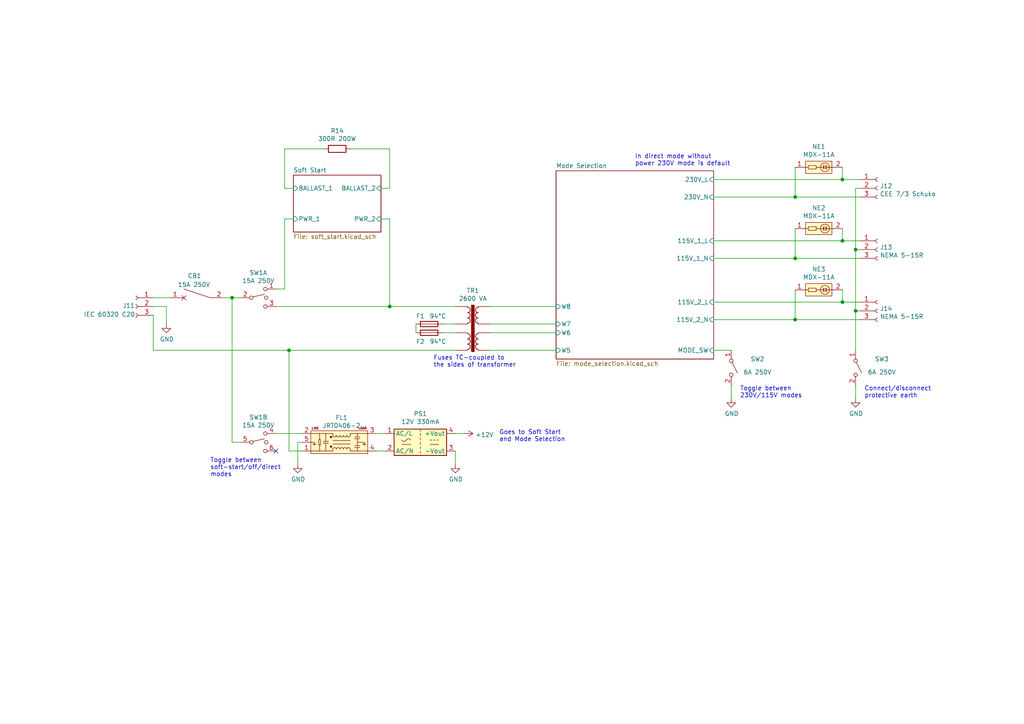
<source format=kicad_sch>
(kicad_sch (version 20211123) (generator eeschema)
  (paper "A4")
  (lib_symbols
    (symbol "Connector:Conn_01x03_Female" (pin_names (offset 1.016) hide)
      (property "Reference" "J" (at 0 5.08 0))
      (property "Value" "Conn_01x03_Female" (at 0 -5.08 0))
      (symbol "Conn_01x03_Female_1_1"
        (arc (start 0 -2.032) (mid -0.508 -2.54) (end 0 -3.048) (stroke (width 0.1524)))
        (polyline (pts (xy -1.27 -2.54) (xy -0.508 -2.54)) (stroke (width 0.1524)))
        (polyline (pts (xy -1.27 0) (xy -0.508 0)) (stroke (width 0.1524)))
        (polyline (pts (xy -1.27 2.54) (xy -0.508 2.54)) (stroke (width 0.1524)))
        (arc (start 0 0.508) (mid -0.508 0) (end 0 -0.508) (stroke (width 0.1524)))
        (arc (start 0 3.048) (mid -0.508 2.54) (end 0 2.032) (stroke (width 0.1524)))
        (pin passive line (at -5.08 2.54 0) (length 3.81) (name "Pin_1") (number "1"))
        (pin passive line (at -5.08 0 0) (length 3.81) (name "Pin_2") (number "2"))
        (pin passive line (at -5.08 -2.54 0) (length 3.81) (name "Pin_3") (number "3"))
      )
    )
    (symbol "Converter_ACDC:HLK-PM12"
      (property "Reference" "PS" (at 0 5.08 0))
      (property "Value" "HLK-PM12" (at 0 -5.08 0))
      (symbol "HLK-PM12_0_1"
        (rectangle (start -7.62 3.81) (end 7.62 -3.81) (stroke (width 0.254)) (fill (type background)))
        (arc (start -5.334 0.635) (mid -4.699 0.2495) (end -4.064 0.635))
        (arc (start -2.794 0.635) (mid -3.429 1.0072) (end -4.064 0.635))
        (polyline (pts (xy -5.334 -0.635) (xy -2.794 -0.635)))
        (polyline (pts (xy 0 -2.54) (xy 0 -3.175)))
        (polyline (pts (xy 0 -1.27) (xy 0 -1.905)))
        (polyline (pts (xy 0 0) (xy 0 -0.635)))
        (polyline (pts (xy 0 1.27) (xy 0 0.635)))
        (polyline (pts (xy 0 2.54) (xy 0 1.905)))
        (polyline (pts (xy 0 3.81) (xy 0 3.175)))
        (polyline (pts (xy 2.794 -0.635) (xy 5.334 -0.635)))
        (polyline (pts (xy 2.794 0.635) (xy 3.302 0.635)))
        (polyline (pts (xy 3.81 0.635) (xy 4.318 0.635)))
        (polyline (pts (xy 4.826 0.635) (xy 5.334 0.635)))
      )
      (symbol "HLK-PM12_1_1"
        (pin power_in line (at -10.16 2.54 0) (length 2.54) (name "AC/L") (number "1"))
        (pin power_in line (at -10.16 -2.54 0) (length 2.54) (name "AC/N") (number "2"))
        (pin power_out line (at 10.16 -2.54 180) (length 2.54) (name "-Vout") (number "3"))
        (pin power_out line (at 10.16 2.54 180) (length 2.54) (name "+Vout") (number "4"))
      )
    )
    (symbol "CustomParts:EMI_Filter_LL_CCC" (pin_names hide)
      (property "Reference" "FL" (at 0 4.445 0))
      (property "Value" "EMI_Filter_LL_CCC" (at 1.016 -7.62 0))
      (symbol "EMI_Filter_LL_CCC_0_0"
        (text "LINE" (at -7.62 4.064 0) (effects (font (size 0.635 0.635))))
        (text "LOAD" (at 6.096 4.064 0) (effects (font (size 0.635 0.635))))
      )
      (symbol "EMI_Filter_LL_CCC_0_1"
        (rectangle (start -8.89 3.302) (end 7.62 -3.302) (fill (type background)))
        (rectangle (start -6.604 0.762) (end -6.096 -0.762))
        (circle (center -3.048 -1.27) (radius 0.254) (fill (type outline)))
        (circle (center -3.048 1.524) (radius 0.254) (fill (type outline)))
        (arc (start -2.54 2.032) (mid -2.032 1.524) (end -1.524 2.032))
        (arc (start -1.524 -2.032) (mid -2.032 -1.524) (end -2.54 -2.032))
        (arc (start -1.524 2.032) (mid -1.016 1.524) (end -0.508 2.032))
        (arc (start -0.508 -2.032) (mid -1.016 -1.524) (end -1.524 -2.032))
        (arc (start -0.508 2.032) (mid 0 1.524) (end 0.508 2.032))
        (polyline (pts (xy -7.874 -1.016) (xy -7.874 -1.016)))
        (polyline (pts (xy -7.62 -0.762) (xy -8.128 -0.762)))
        (polyline (pts (xy -7.366 -0.508) (xy -8.382 -0.508)))
        (polyline (pts (xy -6.35 -0.762) (xy -6.35 -2.54)))
        (polyline (pts (xy -6.35 0.762) (xy -6.35 2.54)))
        (polyline (pts (xy -4.572 -0.254) (xy -4.572 -2.54)))
        (polyline (pts (xy -4.572 2.54) (xy -4.572 0.254)))
        (polyline (pts (xy -3.81 -0.254) (xy -5.334 -0.254)))
        (polyline (pts (xy -3.81 0.254) (xy -5.334 0.254)))
        (polyline (pts (xy -2.54 -2.54) (xy -8.89 -2.54)))
        (polyline (pts (xy -2.54 -2.032) (xy -2.54 -2.54)))
        (polyline (pts (xy -2.54 0.508) (xy 2.54 0.508)))
        (polyline (pts (xy -2.54 2.032) (xy -2.54 2.54)))
        (polyline (pts (xy -2.54 2.54) (xy -8.89 2.54)))
        (polyline (pts (xy 2.54 -2.54) (xy 7.62 -2.54)))
        (polyline (pts (xy 2.54 -2.032) (xy 2.54 -2.54)))
        (polyline (pts (xy 2.54 -0.508) (xy -2.54 -0.508)))
        (polyline (pts (xy 2.54 2.54) (xy 2.54 2.032)))
        (polyline (pts (xy 2.54 2.54) (xy 7.62 2.54)))
        (polyline (pts (xy 3.81 -1.524) (xy 5.334 -1.524)))
        (polyline (pts (xy 3.81 -1.016) (xy 5.334 -1.016)))
        (polyline (pts (xy 3.81 1.016) (xy 5.334 1.016)))
        (polyline (pts (xy 3.81 1.524) (xy 5.334 1.524)))
        (polyline (pts (xy 4.572 -1.524) (xy 4.572 -2.54)))
        (polyline (pts (xy 4.572 1.016) (xy 4.572 -1.016)))
        (polyline (pts (xy 4.572 2.54) (xy 4.572 1.524)))
        (polyline (pts (xy 6.604 -1.016) (xy 6.604 -1.016)))
        (polyline (pts (xy 6.858 -0.762) (xy 6.35 -0.762)))
        (polyline (pts (xy 7.112 -0.508) (xy 6.096 -0.508)))
        (polyline (pts (xy -7.874 -0.508) (xy -7.874 0) (xy -8.89 0)))
        (polyline (pts (xy 6.604 -0.508) (xy 6.604 0) (xy 4.572 0)))
        (arc (start 0.508 -2.032) (mid 0 -1.524) (end -0.508 -2.032))
        (arc (start 0.508 2.032) (mid 1.016 1.524) (end 1.524 2.032))
        (arc (start 1.524 -2.032) (mid 1.016 -1.524) (end 0.508 -2.032))
        (arc (start 1.524 2.032) (mid 2.032 1.524) (end 2.54 2.032))
        (arc (start 2.54 -2.032) (mid 2.032 -1.524) (end 1.524 -2.032))
      )
      (symbol "EMI_Filter_LL_CCC_1_1"
        (pin passive line (at -11.43 -2.54 0) (length 2.54) (name "1") (number "1"))
        (pin passive line (at -11.43 2.54 0) (length 2.54) (name "2") (number "2"))
        (pin passive line (at 10.16 2.54 180) (length 2.54) (name "3") (number "3"))
        (pin passive line (at 10.16 -2.54 180) (length 2.54) (name "4") (number "4"))
        (pin passive line (at -11.43 0 0) (length 2.54) (name "5") (number "5"))
      )
    )
    (symbol "CustomParts:Neon_Indicator" (pin_names (offset 0.0254) hide)
      (property "Reference" "NE" (at -1.27 6.35 0))
      (property "Value" "Neon_Indicator" (at -7.62 3.81 0))
      (symbol "Neon_Indicator_0_1"
        (rectangle (start -0.762 0.508) (end -3.048 -0.508))
        (polyline (pts (xy -3.048 0) (xy -4.318 0)))
        (polyline (pts (xy -0.762 0) (xy 1.524 0)))
        (polyline (pts (xy 1.016 0.508) (xy 1.016 0.508)))
        (polyline (pts (xy 2.159 0) (xy 4.318 0)))
        (rectangle (start 1.524 -0.508) (end 1.397 0.508) (fill (type outline)))
        (circle (center 1.778 0) (radius 1.2954))
        (rectangle (start 2.159 -0.508) (end 2.032 0.508) (fill (type outline)))
        (rectangle (start 3.81 1.778) (end -3.81 -1.778) (fill (type background)))
      )
      (symbol "Neon_Indicator_1_1"
        (pin passive line (at -6.858 0 0) (length 2.54) (name "~") (number "1"))
        (pin passive line (at 6.858 0 180) (length 2.54) (name "~") (number "2"))
      )
    )
    (symbol "CustomParts:SW_DPDT_x2_MSM" (pin_names (offset 0) hide)
      (property "Reference" "SW" (at 0 4.318 0))
      (property "Value" "SW_DPDT_x2_MSM" (at 0 -5.08 0))
      (symbol "SW_DPDT_x2_MSM_0_0"
        (circle (center -2.032 0) (radius 0.508))
        (circle (center 2.032 -2.54) (radius 0.508))
      )
      (symbol "SW_DPDT_x2_MSM_0_1"
        (polyline (pts (xy -1.524 0.254) (xy 1.778 1.016)))
        (circle (center 2.032 2.54) (radius 0.508))
        (circle (center 2.286 0) (radius 0.508))
      )
      (symbol "SW_DPDT_x2_MSM_1_1"
        (pin passive line (at 5.08 2.54 180) (length 2.54) (name "A") (number "1"))
        (pin passive line (at -5.08 0 0) (length 2.54) (name "B") (number "2"))
        (pin passive line (at 5.08 -2.54 180) (length 2.54) (name "C") (number "3"))
      )
      (symbol "SW_DPDT_x2_MSM_2_1"
        (pin passive line (at 5.08 2.54 180) (length 2.54) (name "A") (number "4"))
        (pin passive line (at -5.08 0 0) (length 2.54) (name "B") (number "5"))
        (pin passive line (at 5.08 -2.54 180) (length 2.54) (name "C") (number "6"))
      )
    )
    (symbol "Device:CircuitBreaker_1P"
      (property "Reference" "CB" (at 1.905 0 0))
      (property "Value" "CircuitBreaker_1P" (at 1.905 1.905 0))
      (symbol "CircuitBreaker_1P_0_1"
        (polyline (pts (xy 0 -5.08) (xy 0 -3.81)))
        (polyline (pts (xy 0 -3.81) (xy -2.54 3.81)))
      )
      (symbol "CircuitBreaker_1P_1_1"
        (polyline (pts (xy -0.635 4.445) (xy 0.635 3.175)))
        (polyline (pts (xy 0 5.08) (xy 0 3.81)))
        (polyline (pts (xy 0.635 4.445) (xy -0.635 3.175)))
        (pin passive line (at 0 7.62 270) (length 2.54) (name "~") (number "1"))
        (pin passive line (at 0 -7.62 90) (length 2.54) (name "~") (number "2"))
      )
    )
    (symbol "Device:Fuse" (pin_numbers hide) (pin_names (offset 0))
      (property "Reference" "F" (at 2.032 0 90))
      (property "Value" "Fuse" (at -1.905 0 90))
      (symbol "Fuse_0_1"
        (rectangle (start -0.762 -2.54) (end 0.762 2.54) (stroke (width 0.254)))
        (polyline (pts (xy 0 2.54) (xy 0 -2.54)))
      )
      (symbol "Fuse_1_1"
        (pin passive line (at 0 3.81 270) (length 1.27) (name "~") (number "1"))
        (pin passive line (at 0 -3.81 90) (length 1.27) (name "~") (number "2"))
      )
    )
    (symbol "Device:R" (pin_numbers hide) (pin_names (offset 0))
      (property "Reference" "R" (at 2.032 0 90))
      (property "Value" "R" (at 0 0 90))
      (symbol "R_0_1"
        (rectangle (start -1.016 -2.54) (end 1.016 2.54) (stroke (width 0.254)))
      )
      (symbol "R_1_1"
        (pin passive line (at 0 3.81 270) (length 1.27) (name "~") (number "1"))
        (pin passive line (at 0 -3.81 90) (length 1.27) (name "~") (number "2"))
      )
    )
    (symbol "Switch:SW_SPST" (pin_names (offset 0) hide)
      (property "Reference" "SW" (at 0 3.175 0))
      (property "Value" "SW_SPST" (at 0 -2.54 0))
      (symbol "SW_SPST_0_0"
        (circle (center -2.032 0) (radius 0.508))
        (polyline (pts (xy -1.524 0.254) (xy 1.524 1.778)))
        (circle (center 2.032 0) (radius 0.508))
      )
      (symbol "SW_SPST_1_1"
        (pin passive line (at -5.08 0 0) (length 2.54) (name "A") (number "1"))
        (pin passive line (at 5.08 0 180) (length 2.54) (name "B") (number "2"))
      )
    )
    (symbol "Transformer:TRANSF6" (pin_numbers hide) (pin_names (offset 0))
      (property "Reference" "TR" (at 0 10.16 0))
      (property "Value" "TRANSF6" (at 0 -7.62 0))
      (symbol "TRANSF6_0_1"
        (arc (start -1.524 -4.826) (mid -0.762 -4.064) (end -1.524 -3.302) (stroke (width 0.2032)))
        (arc (start -1.524 -3.302) (mid -0.762 -2.54) (end -1.524 -1.778) (stroke (width 0.2032)))
        (arc (start -1.524 -1.778) (mid -0.762 -1.016) (end -1.524 -0.254) (stroke (width 0.2032)))
        (arc (start -1.524 2.794) (mid -0.762 3.556) (end -1.524 4.318) (stroke (width 0.2032)))
        (arc (start -1.524 4.318) (mid -0.762 5.08) (end -1.524 5.842) (stroke (width 0.2032)))
        (arc (start -1.524 5.842) (mid -0.762 6.604) (end -1.524 7.366) (stroke (width 0.2032)))
        (rectangle (start -0.254 7.874) (end 0.254 -5.334) (stroke (width 0.508)) (fill (type outline)))
        (polyline (pts (xy 1.524 -4.826) (xy 1.524 -5.08) (xy 1.524 -5.08)) (fill (type outline)))
        (polyline (pts (xy 1.524 0) (xy 1.524 -0.254) (xy 1.524 -0.254)) (fill (type outline)))
        (polyline (pts (xy 1.524 0) (xy 2.54 0) (xy 2.54 0)))
        (polyline (pts (xy 1.524 2.54) (xy 1.524 2.794) (xy 1.524 2.794)) (fill (type outline)))
        (polyline (pts (xy 1.524 2.54) (xy 2.54 2.54) (xy 2.54 2.54)))
        (polyline (pts (xy 1.524 7.62) (xy 1.524 7.366) (xy 1.524 7.366)) (fill (type outline)))
        (polyline (pts (xy 1.524 7.62) (xy 2.54 7.62) (xy 2.54 7.62)))
        (polyline (pts (xy 2.54 -5.08) (xy 1.524 -5.08) (xy 1.524 -5.08)))
        (polyline (pts (xy -1.524 -4.826) (xy -1.524 -5.08) (xy -2.54 -5.08) (xy -2.54 -5.08)))
        (polyline (pts (xy -1.524 -0.254) (xy -1.524 0) (xy -2.54 0) (xy -2.54 0)))
        (polyline (pts (xy -1.524 2.794) (xy -1.524 2.54) (xy -2.54 2.54) (xy -2.54 2.54)))
        (polyline (pts (xy -1.524 7.366) (xy -1.524 7.62) (xy -2.54 7.62) (xy -2.54 7.62)))
        (arc (start 1.524 -3.302) (mid 0.762 -4.064) (end 1.524 -4.826) (stroke (width 0.2032)))
        (arc (start 1.524 -1.778) (mid 0.762 -2.54) (end 1.524 -3.302) (stroke (width 0.2032)))
        (arc (start 1.524 -0.254) (mid 0.762 -1.016) (end 1.524 -1.778) (stroke (width 0.2032)))
        (arc (start 1.524 4.318) (mid 0.762 3.556) (end 1.524 2.794) (stroke (width 0.2032)))
        (arc (start 1.524 5.842) (mid 0.762 5.08) (end 1.524 4.318) (stroke (width 0.2032)))
        (arc (start 1.524 7.366) (mid 0.762 6.604) (end 1.524 5.842) (stroke (width 0.2032)))
      )
      (symbol "TRANSF6_1_1"
        (pin passive line (at -5.08 7.62 0) (length 2.54) (name "~") (number "1"))
        (pin passive line (at -5.08 2.54 0) (length 2.54) (name "~") (number "2"))
        (pin passive line (at -5.08 0 0) (length 2.54) (name "~") (number "3"))
        (pin passive line (at -5.08 -5.08 0) (length 2.54) (name "~") (number "4"))
        (pin passive line (at 5.08 -5.08 180) (length 2.54) (name "~") (number "5"))
        (pin passive line (at 5.08 0 180) (length 2.54) (name "~") (number "6"))
        (pin passive line (at 5.08 2.54 180) (length 2.54) (name "~") (number "7"))
        (pin passive line (at 5.08 7.62 180) (length 2.54) (name "~") (number "8"))
      )
    )
    (symbol "power:+12V" (power) (pin_names (offset 0))
      (property "Value" "+12V" (at 0 3.556 0))
      (symbol "+12V_0_1"
        (polyline (pts (xy -0.762 1.27) (xy 0 2.54)))
        (polyline (pts (xy 0 0) (xy 0 2.54)))
        (polyline (pts (xy 0 2.54) (xy 0.762 1.27)))
      )
      (symbol "+12V_1_1"
        (pin power_in line (at 0 0 90) (length 0) hide (name "+12V") (number "1"))
      )
    )
    (symbol "power:GND" (power) (pin_names (offset 0))
      (property "Value" "GND" (at 0 -3.81 0))
      (symbol "GND_0_1"
        (polyline (pts (xy 0 0) (xy 0 -1.27) (xy 1.27 -1.27) (xy 0 -2.54) (xy -1.27 -1.27) (xy 0 -1.27)))
      )
      (symbol "GND_1_1"
        (pin power_in line (at 0 0 270) (length 0) hide (name "GND") (number "1"))
      )
    )
  )
  (junction (at 248.158 90.17))
  (junction (at 230.632 57.15))
  (junction (at 83.82 101.6))
  (junction (at 248.158 72.39))
  (junction (at 244.348 69.85))
  (junction (at 113.03 88.9))
  (junction (at 244.348 52.07))
  (junction (at 244.348 87.63))
  (junction (at 67.31 86.36))
  (junction (at 230.632 92.71))
  (junction (at 230.632 74.93))
  (no_connect (at 80.01 130.81))
  (wire (pts (xy 230.632 92.71) (xy 249.428 92.71)))
  (wire (pts (xy 83.82 101.6) (xy 132.08 101.6)))
  (wire (pts (xy 128.27 96.52) (xy 132.08 96.52)))
  (wire (pts (xy 212.09 111.76) (xy 212.09 115.57)))
  (wire (pts (xy 248.158 111.76) (xy 248.158 115.57)))
  (wire (pts (xy 113.03 43.18) (xy 113.03 54.61)))
  (wire (pts (xy 86.36 134.62) (xy 86.36 128.27)))
  (wire (pts (xy 85.09 63.5) (xy 82.55 63.5)))
  (wire (pts (xy 230.632 57.15) (xy 207.01 57.15)))
  (wire (pts (xy 230.632 48.514) (xy 230.632 57.15)))
  (wire (pts (xy 244.348 66.294) (xy 244.348 69.85)))
  (wire (pts (xy 44.45 101.6) (xy 44.45 91.44)))
  (wire (pts (xy 207.01 74.93) (xy 230.632 74.93)))
  (wire (pts (xy 142.24 96.52) (xy 161.29 96.52)))
  (wire (pts (xy 244.348 87.63) (xy 249.428 87.63)))
  (wire (pts (xy 132.08 130.81) (xy 132.08 134.62)))
  (wire (pts (xy 82.55 43.18) (xy 82.55 54.61)))
  (wire (pts (xy 249.428 57.15) (xy 230.632 57.15)))
  (wire (pts (xy 67.31 128.27) (xy 69.85 128.27)))
  (wire (pts (xy 230.632 66.294) (xy 230.632 74.93)))
  (wire (pts (xy 132.08 88.9) (xy 113.03 88.9)))
  (wire (pts (xy 93.98 43.18) (xy 82.55 43.18)))
  (wire (pts (xy 101.6 43.18) (xy 113.03 43.18)))
  (wire (pts (xy 249.428 90.17) (xy 248.158 90.17)))
  (wire (pts (xy 212.09 101.6) (xy 207.01 101.6)))
  (wire (pts (xy 207.01 52.07) (xy 244.348 52.07)))
  (wire (pts (xy 67.31 86.36) (xy 67.31 128.27)))
  (wire (pts (xy 49.53 86.36) (xy 44.45 86.36)))
  (wire (pts (xy 111.76 125.73) (xy 109.22 125.73)))
  (wire (pts (xy 134.62 125.73) (xy 132.08 125.73)))
  (wire (pts (xy 244.348 84.074) (xy 244.348 87.63)))
  (wire (pts (xy 230.632 74.93) (xy 249.428 74.93)))
  (wire (pts (xy 83.82 130.81) (xy 83.82 101.6)))
  (wire (pts (xy 248.158 72.39) (xy 248.158 54.61)))
  (wire (pts (xy 110.49 63.5) (xy 113.03 63.5)))
  (wire (pts (xy 248.158 101.6) (xy 248.158 90.17)))
  (wire (pts (xy 142.24 93.98) (xy 161.29 93.98)))
  (wire (pts (xy 44.45 101.6) (xy 83.82 101.6)))
  (wire (pts (xy 248.158 54.61) (xy 249.428 54.61)))
  (wire (pts (xy 64.77 86.36) (xy 67.31 86.36)))
  (wire (pts (xy 82.55 54.61) (xy 85.09 54.61)))
  (wire (pts (xy 86.36 128.27) (xy 87.63 128.27)))
  (wire (pts (xy 244.348 48.514) (xy 244.348 52.07)))
  (wire (pts (xy 113.03 88.9) (xy 80.01 88.9)))
  (wire (pts (xy 113.03 54.61) (xy 110.49 54.61)))
  (wire (pts (xy 87.63 130.81) (xy 83.82 130.81)))
  (wire (pts (xy 48.26 93.98) (xy 48.26 88.9)))
  (wire (pts (xy 111.76 130.81) (xy 109.22 130.81)))
  (wire (pts (xy 67.31 86.36) (xy 69.85 86.36)))
  (wire (pts (xy 132.08 93.98) (xy 128.27 93.98)))
  (wire (pts (xy 113.03 63.5) (xy 113.03 88.9)))
  (wire (pts (xy 207.01 69.85) (xy 244.348 69.85)))
  (wire (pts (xy 120.65 93.98) (xy 120.65 96.52)))
  (wire (pts (xy 48.26 88.9) (xy 44.45 88.9)))
  (wire (pts (xy 207.01 92.71) (xy 230.632 92.71)))
  (wire (pts (xy 230.632 84.074) (xy 230.632 92.71)))
  (wire (pts (xy 142.24 88.9) (xy 161.29 88.9)))
  (wire (pts (xy 249.428 72.39) (xy 248.158 72.39)))
  (wire (pts (xy 82.55 63.5) (xy 82.55 83.82)))
  (wire (pts (xy 207.01 87.63) (xy 244.348 87.63)))
  (wire (pts (xy 82.55 83.82) (xy 80.01 83.82)))
  (wire (pts (xy 80.01 125.73) (xy 87.63 125.73)))
  (wire (pts (xy 142.24 101.6) (xy 161.29 101.6)))
  (wire (pts (xy 244.348 69.85) (xy 249.428 69.85)))
  (wire (pts (xy 244.348 52.07) (xy 249.428 52.07)))
  (wire (pts (xy 248.158 90.17) (xy 248.158 72.39)))
  (text "Connect/disconnect\nprotective earth" (at 250.698 115.57 0) (effects (font (size 1.27 1.27)) (justify left bottom)))
  (text "Goes to Soft Start\nand Mode Selection" (at 144.78 128.27 0) (effects (font (size 1.27 1.27)) (justify left bottom)))
  (text "Toggle between\nsoft-start/off/direct\nmodes" (at 60.96 138.43 0) (effects (font (size 1.27 1.27)) (justify left bottom)))
  (text "In direct mode without\npower 230V mode is default" (at 184.15 48.26 0) (effects (font (size 1.27 1.27)) (justify left bottom)))
  (text "Fuses TC-coupled to\nthe sides of transformer" (at 125.73 106.68 0) (effects (font (size 1.27 1.27)) (justify left bottom)))
  (text "Toggle between\n230V/115V modes" (at 214.63 115.57 0) (effects (font (size 1.27 1.27)) (justify left bottom)))
  (symbol (lib_id "Transformer:TRANSF6") (at 137.16 96.52 0) (unit 1) (on_board no)
    (property "Reference" "TR1" (at 137.16 84.2772 0))
    (property "Value" "2600 VA" (at 137.16 86.5886 0))
  )
  (symbol (lib_id "Device:Fuse") (at 124.46 96.52 270) (unit 1) (on_board no)
    (property "Reference" "F2" (at 121.92 99.06 90))
    (property "Value" "94°C" (at 127 99.06 90))
  )
  (symbol (lib_id "Device:CircuitBreaker_1P") (at 57.15 86.36 90) (mirror x) (unit 1) (on_board no)
    (property "Reference" "CB1" (at 58.42 80.01 90) (effects (justify left)))
    (property "Value" "15A 250V" (at 60.96 82.55 90) (effects (justify left)))
  )
  (symbol (lib_id "Switch:SW_SPST") (at 212.09 106.68 270) (unit 1) (on_board no)
    (property "Reference" "SW2" (at 219.71 104.14 90))
    (property "Value" "6A 250V" (at 219.71 107.95 90))
  )
  (symbol (lib_id "Device:R") (at 97.79 43.18 270) (unit 1) (on_board no)
    (property "Reference" "R14" (at 97.79 37.9222 90))
    (property "Value" "300R 200W" (at 97.79 40.2336 90))
  )
  (symbol (lib_id "Connector:Conn_01x03_Female") (at 39.37 88.9 0) (mirror y) (unit 1) (on_board no)
    (property "Reference" "J11" (at 37.338 88.646 0))
    (property "Value" "IEC 60320 C20" (at 31.75 91.186 0))
  )
  (symbol (lib_id "Converter_ACDC:HLK-PM12") (at 121.92 128.27 0) (unit 1) (on_board no)
    (property "Reference" "PS1" (at 121.92 120.015 0))
    (property "Value" "12V 330mA" (at 121.92 122.3264 0))
  )
  (symbol (lib_id "CustomParts:EMI_Filter_LL_CCC") (at 99.06 128.27 0) (unit 1) (on_board no)
    (property "Reference" "FL1" (at 99.06 121.1326 0))
    (property "Value" "JRT0406-2" (at 99.06 123.444 0))
  )
  (symbol (lib_id "power:GND") (at 48.26 93.98 0) (unit 1)
    (property "Reference" "#PWR03" (effects hide))
    (property "Value" "GND" (at 48.387 98.3742 0))
  )
  (symbol (lib_id "CustomParts:SW_DPDT_x2_MSM") (at 74.93 86.36 0) (unit 1) (on_board no)
    (property "Reference" "SW1" (at 74.93 79.121 0))
    (property "Value" "15A 250V" (at 74.93 81.4324 0))
  )
  (symbol (lib_id "CustomParts:SW_DPDT_x2_MSM") (at 74.93 128.27 0) (unit 2) (on_board no)
    (property "Reference" "SW1" (at 74.93 121.031 0))
    (property "Value" "15A 250V" (at 74.93 123.3424 0))
  )
  (symbol (lib_id "CustomParts:Neon_Indicator") (at 237.49 48.514 0) (unit 1) (on_board no)
    (property "Reference" "NE1" (at 237.49 42.545 0))
    (property "Value" "MDX-11A" (at 237.49 44.8564 0))
  )
  (symbol (lib_id "CustomParts:Neon_Indicator") (at 237.49 66.294 0) (unit 1) (on_board no)
    (property "Reference" "NE2" (at 237.49 60.325 0))
    (property "Value" "MDX-11A" (at 237.49 62.6364 0))
  )
  (symbol (lib_id "CustomParts:Neon_Indicator") (at 237.49 84.074 0) (unit 1) (on_board no)
    (property "Reference" "NE3" (at 237.49 78.105 0))
    (property "Value" "MDX-11A" (at 237.49 80.4164 0))
  )
  (symbol (lib_id "Device:Fuse") (at 124.46 93.98 270) (unit 1) (on_board no)
    (property "Reference" "F1" (at 121.92 91.694 90))
    (property "Value" "94°C" (at 127 91.694 90))
  )
  (symbol (lib_id "power:GND") (at 86.36 134.62 0) (unit 1)
    (property "Reference" "#PWR04" (effects hide))
    (property "Value" "GND" (at 86.487 139.0142 0))
  )
  (symbol (lib_id "power:+12V") (at 134.62 125.73 270) (unit 1)
    (property "Reference" "#PWR06" (effects hide))
    (property "Value" "+12V" (at 137.8712 126.111 90) (effects (justify left)))
  )
  (symbol (lib_id "power:GND") (at 132.08 134.62 0) (unit 1)
    (property "Reference" "#PWR05" (effects hide))
    (property "Value" "GND" (at 132.207 139.0142 0))
  )
  (symbol (lib_id "Connector:Conn_01x03_Female") (at 254.508 54.61 0) (unit 1) (on_board no)
    (property "Reference" "J12" (at 255.2192 53.9496 0) (effects (justify left)))
    (property "Value" "CEE 7/3 Schuko" (at 255.2192 56.261 0) (effects (justify left)))
  )
  (symbol (lib_id "Connector:Conn_01x03_Female") (at 254.508 72.39 0) (unit 1) (on_board no)
    (property "Reference" "J13" (at 255.2192 71.7296 0) (effects (justify left)))
    (property "Value" "NEMA 5-15R" (at 255.2192 74.041 0) (effects (justify left)))
  )
  (symbol (lib_id "Connector:Conn_01x03_Female") (at 254.508 90.17 0) (unit 1) (on_board no)
    (property "Reference" "J14" (at 255.2192 89.5096 0) (effects (justify left)))
    (property "Value" "NEMA 5-15R" (at 255.2192 91.821 0) (effects (justify left)))
  )
  (symbol (lib_id "Switch:SW_SPST") (at 248.158 106.68 270) (unit 1) (on_board no)
    (property "Reference" "SW3" (at 255.778 104.14 90))
    (property "Value" "6A 250V" (at 255.778 107.95 90))
  )
  (symbol (lib_id "power:GND") (at 248.158 115.57 0) (unit 1)
    (property "Reference" "#PWR08" (effects hide))
    (property "Value" "GND" (at 248.285 119.9642 0))
  )
  (symbol (lib_id "power:GND") (at 212.09 115.57 0) (unit 1)
    (property "Reference" "#PWR07" (effects hide))
    (property "Value" "GND" (at 212.217 119.9642 0))
  )
  (sheet (at 161.29 49.53) (size 45.72 54.61)
    (property "Sheet name" "Mode Selection" (at 161.29 48.8184 0) (effects (justify left bottom)))
    (property "Sheet file" "mode_selection.kicad_sch" (at 161.29 104.7246 0) (effects (justify left top)))
    (pin "MODE_SW" input (at 207.01 101.6 0))
    (pin "115V_2_N" input (at 207.01 92.71 0))
    (pin "W8" input (at 161.29 88.9 180))
    (pin "230V_N" input (at 207.01 57.15 0))
    (pin "W7" input (at 161.29 93.98 180))
    (pin "115V_2_L" input (at 207.01 87.63 0))
    (pin "115V_1_N" input (at 207.01 74.93 0))
    (pin "W6" input (at 161.29 96.52 180))
    (pin "230V_L" input (at 207.01 52.07 0))
    (pin "W5" input (at 161.29 101.6 180))
    (pin "115V_1_L" input (at 207.01 69.85 0))
  )
  (sheet (at 85.09 50.8) (size 25.4 16.51)
    (property "Sheet name" "Soft Start" (at 85.09 50.0884 0) (effects (justify left bottom)))
    (property "Sheet file" "soft_start.kicad_sch" (at 85.09 67.8946 0) (effects (justify left top)))
    (pin "PWR_1" input (at 85.09 63.5 180))
    (pin "BALLAST_1" input (at 85.09 54.61 180))
    (pin "BALLAST_2" input (at 110.49 54.61 0))
    (pin "PWR_2" input (at 110.49 63.5 0))
  )
)
</source>
